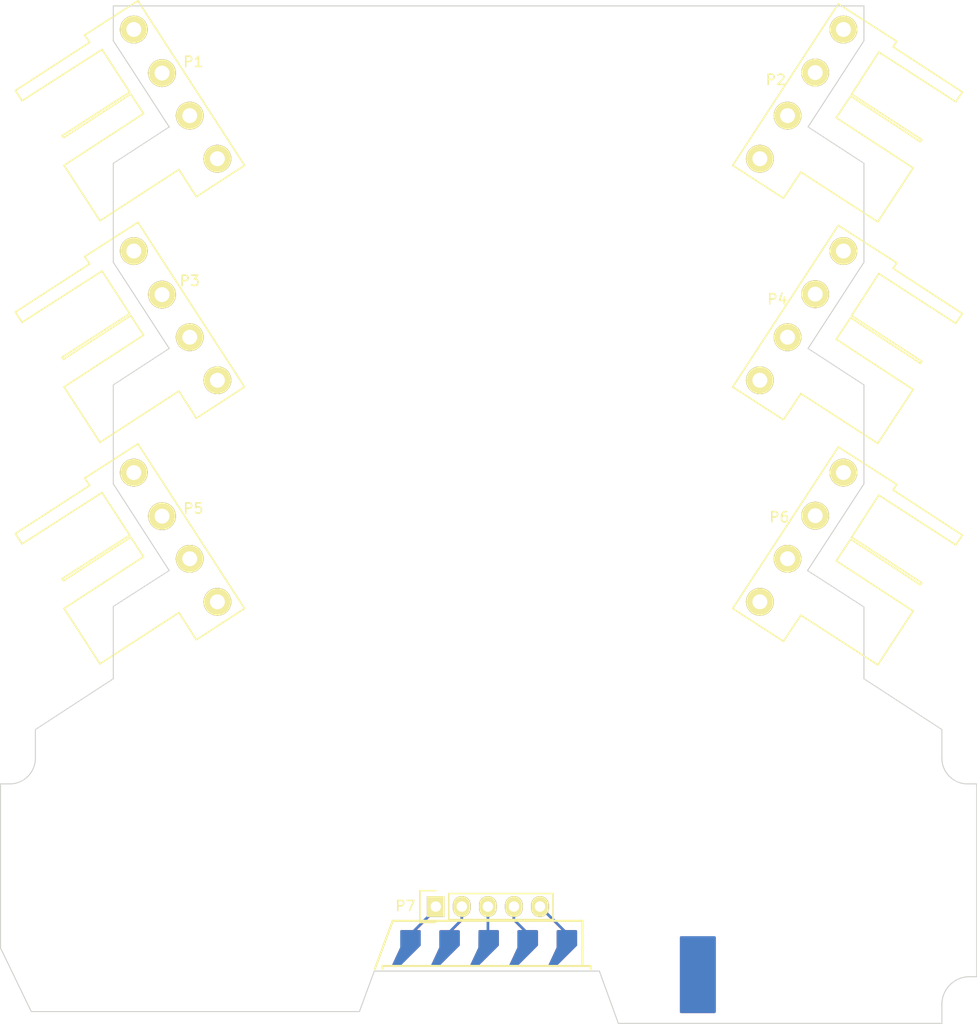
<source format=kicad_pcb>
(kicad_pcb (version 4) (host pcbnew "(after 2015-mar-04 BZR unknown)-product")

  (general
    (links 0)
    (no_connects 0)
    (area 65.149999 45.024999 160.450001 145.050001)
    (thickness 1.6)
    (drawings 47)
    (tracks 18)
    (zones 0)
    (modules 7)
    (nets 30)
  )

  (page A4)
  (layers
    (0 F.Cu signal)
    (31 B.Cu signal)
    (32 B.Adhes user)
    (33 F.Adhes user)
    (34 B.Paste user)
    (35 F.Paste user)
    (36 B.SilkS user)
    (37 F.SilkS user)
    (38 B.Mask user)
    (39 F.Mask user)
    (40 Dwgs.User user)
    (41 Cmts.User user)
    (42 Eco1.User user)
    (43 Eco2.User user)
    (44 Edge.Cuts user)
    (45 Margin user)
    (46 B.CrtYd user)
    (47 F.CrtYd user)
    (48 B.Fab user)
    (49 F.Fab user)
  )

  (setup
    (last_trace_width 0.25)
    (trace_clearance 0.2)
    (zone_clearance 0.4064)
    (zone_45_only no)
    (trace_min 0.2)
    (segment_width 0.2)
    (edge_width 0.1)
    (via_size 0.6)
    (via_drill 0.4)
    (via_min_size 0.4)
    (via_min_drill 0.3)
    (uvia_size 0.3)
    (uvia_drill 0.1)
    (uvias_allowed no)
    (uvia_min_size 0.2)
    (uvia_min_drill 0.1)
    (pcb_text_width 0.3)
    (pcb_text_size 1.5 1.5)
    (mod_edge_width 0.15)
    (mod_text_size 1 1)
    (mod_text_width 0.15)
    (pad_size 1.5 1.5)
    (pad_drill 0.6)
    (pad_to_mask_clearance 0)
    (aux_axis_origin 0 0)
    (visible_elements 7FFFFFFF)
    (pcbplotparams
      (layerselection 0x00030_80000001)
      (usegerberextensions false)
      (excludeedgelayer true)
      (linewidth 0.100000)
      (plotframeref false)
      (viasonmask false)
      (mode 1)
      (useauxorigin false)
      (hpglpennumber 1)
      (hpglpenspeed 20)
      (hpglpendiameter 15)
      (hpglpenoverlay 2)
      (psnegative false)
      (psa4output false)
      (plotreference true)
      (plotvalue true)
      (plotinvisibletext false)
      (padsonsilk false)
      (subtractmaskfromsilk false)
      (outputformat 1)
      (mirror false)
      (drillshape 1)
      (scaleselection 1)
      (outputdirectory ""))
  )

  (net 0 "")
  (net 1 /BUS1)
  (net 2 /BUS2)
  (net 3 /BUS3)
  (net 4 /BUS4)
  (net 5 /BUS5)
  (net 6 "Net-(P1-Pad3)")
  (net 7 "Net-(P1-Pad1)")
  (net 8 "Net-(P1-Pad2)")
  (net 9 "Net-(P1-Pad4)")
  (net 10 "Net-(P2-Pad3)")
  (net 11 "Net-(P2-Pad1)")
  (net 12 "Net-(P2-Pad2)")
  (net 13 "Net-(P2-Pad4)")
  (net 14 "Net-(P3-Pad3)")
  (net 15 "Net-(P3-Pad1)")
  (net 16 "Net-(P3-Pad2)")
  (net 17 "Net-(P3-Pad4)")
  (net 18 "Net-(P4-Pad3)")
  (net 19 "Net-(P4-Pad4)")
  (net 20 "Net-(P4-Pad2)")
  (net 21 "Net-(P4-Pad1)")
  (net 22 "Net-(P5-Pad3)")
  (net 23 "Net-(P5-Pad4)")
  (net 24 "Net-(P5-Pad2)")
  (net 25 "Net-(P5-Pad1)")
  (net 26 "Net-(P6-Pad3)")
  (net 27 "Net-(P6-Pad4)")
  (net 28 "Net-(P6-Pad2)")
  (net 29 "Net-(P6-Pad1)")

  (net_class Default "This is the default net class."
    (clearance 0.2)
    (trace_width 0.25)
    (via_dia 0.6)
    (via_drill 0.4)
    (uvia_dia 0.3)
    (uvia_drill 0.1)
    (add_net /BUS1)
    (add_net /BUS2)
    (add_net /BUS3)
    (add_net /BUS4)
    (add_net /BUS5)
    (add_net "Net-(P1-Pad1)")
    (add_net "Net-(P1-Pad2)")
    (add_net "Net-(P1-Pad3)")
    (add_net "Net-(P1-Pad4)")
    (add_net "Net-(P2-Pad1)")
    (add_net "Net-(P2-Pad2)")
    (add_net "Net-(P2-Pad3)")
    (add_net "Net-(P2-Pad4)")
    (add_net "Net-(P3-Pad1)")
    (add_net "Net-(P3-Pad2)")
    (add_net "Net-(P3-Pad3)")
    (add_net "Net-(P3-Pad4)")
    (add_net "Net-(P4-Pad1)")
    (add_net "Net-(P4-Pad2)")
    (add_net "Net-(P4-Pad3)")
    (add_net "Net-(P4-Pad4)")
    (add_net "Net-(P5-Pad1)")
    (add_net "Net-(P5-Pad2)")
    (add_net "Net-(P5-Pad3)")
    (add_net "Net-(P5-Pad4)")
    (add_net "Net-(P6-Pad1)")
    (add_net "Net-(P6-Pad2)")
    (add_net "Net-(P6-Pad3)")
    (add_net "Net-(P6-Pad4)")
  )

  (module Pin_Headers:Pin_Header_Straight_1x05 (layer F.Cu) (tedit 54EA0684) (tstamp 5531BF00)
    (at 107.6452 133.60908 90)
    (descr "Through hole pin header")
    (tags "pin header")
    (path /5531C055)
    (fp_text reference P7 (at 0.0508 -2.96672 180) (layer F.SilkS)
      (effects (font (size 1 1) (thickness 0.15)))
    )
    (fp_text value EE-MAX-BUS (at 0 -3.1 90) (layer F.Fab)
      (effects (font (size 1 1) (thickness 0.15)))
    )
    (fp_line (start -1.55 0) (end -1.55 -1.55) (layer F.SilkS) (width 0.15))
    (fp_line (start -1.55 -1.55) (end 1.55 -1.55) (layer F.SilkS) (width 0.15))
    (fp_line (start 1.55 -1.55) (end 1.55 0) (layer F.SilkS) (width 0.15))
    (fp_line (start -1.75 -1.75) (end -1.75 11.95) (layer F.CrtYd) (width 0.05))
    (fp_line (start 1.75 -1.75) (end 1.75 11.95) (layer F.CrtYd) (width 0.05))
    (fp_line (start -1.75 -1.75) (end 1.75 -1.75) (layer F.CrtYd) (width 0.05))
    (fp_line (start -1.75 11.95) (end 1.75 11.95) (layer F.CrtYd) (width 0.05))
    (fp_line (start 1.27 1.27) (end 1.27 11.43) (layer F.SilkS) (width 0.15))
    (fp_line (start 1.27 11.43) (end -1.27 11.43) (layer F.SilkS) (width 0.15))
    (fp_line (start -1.27 11.43) (end -1.27 1.27) (layer F.SilkS) (width 0.15))
    (fp_line (start 1.27 1.27) (end -1.27 1.27) (layer F.SilkS) (width 0.15))
    (pad 1 thru_hole rect (at 0 0 90) (size 2.032 1.7272) (drill 1.016) (layers *.Cu *.Mask F.SilkS)
      (net 1 /BUS1))
    (pad 2 thru_hole oval (at 0 2.54 90) (size 2.032 1.7272) (drill 1.016) (layers *.Cu *.Mask F.SilkS)
      (net 2 /BUS2))
    (pad 3 thru_hole oval (at 0 5.08 90) (size 2.032 1.7272) (drill 1.016) (layers *.Cu *.Mask F.SilkS)
      (net 3 /BUS3))
    (pad 4 thru_hole oval (at 0 7.62 90) (size 2.032 1.7272) (drill 1.016) (layers *.Cu *.Mask F.SilkS)
      (net 4 /BUS4))
    (pad 5 thru_hole oval (at 0 10.16 90) (size 2.032 1.7272) (drill 1.016) (layers *.Cu *.Mask F.SilkS)
      (net 5 /BUS5))
    (model Pin_Headers.3dshapes/Pin_Header_Straight_1x05.wrl
      (at (xyz 0 -0.2 0))
      (scale (xyz 1 1 1))
      (rotate (xyz 0 0 90))
    )
  )

  (module MyFootprints:MSTBO-LEFT locked (layer F.Cu) (tedit 5531CDB4) (tstamp 5531D4DE)
    (at 78.2 48.1)
    (path /5531BE24)
    (fp_text reference P1 (at 5.8 3.15) (layer F.SilkS)
      (effects (font (size 1 1) (thickness 0.15)))
    )
    (fp_text value EE-MAX-A1 (at 9.65 3.15) (layer F.Fab)
      (effects (font (size 1 1) (thickness 0.15)))
    )
    (fp_line (start -6.8 13.25) (end -3.3 18.65) (layer F.SilkS) (width 0.15))
    (fp_line (start -3.3 18.65) (end 4.4 13.65) (layer F.SilkS) (width 0.15))
    (fp_line (start 4.4 13.65) (end 6.1 16.3) (layer F.SilkS) (width 0.15))
    (fp_line (start 6.1 16.3) (end 10.8 13.25) (layer F.SilkS) (width 0.15))
    (fp_line (start -3.1 1.95) (end -0.4 6.1) (layer F.SilkS) (width 0.15))
    (fp_line (start -0.4 6.1) (end -7 10.35) (layer F.SilkS) (width 0.15))
    (fp_line (start -7 10.35) (end -6.85 10.55) (layer F.SilkS) (width 0.15))
    (fp_line (start -6.85 10.55) (end -0.3 6.3) (layer F.SilkS) (width 0.15))
    (fp_line (start -0.3 6.3) (end 0.95 8.2) (layer F.SilkS) (width 0.15))
    (fp_line (start 0.95 8.2) (end -6.8 13.25) (layer F.SilkS) (width 0.15))
    (fp_line (start 0.4 -2.8) (end -4.8 0.55) (layer F.SilkS) (width 0.15))
    (fp_line (start -4.8 0.55) (end -4.3 1.25) (layer F.SilkS) (width 0.15))
    (fp_line (start -4.3 1.25) (end -11.55 5.95) (layer F.SilkS) (width 0.15))
    (fp_line (start -11.55 5.95) (end -10.9 6.95) (layer F.SilkS) (width 0.15))
    (fp_line (start -10.9 6.95) (end -3.1 1.95) (layer F.SilkS) (width 0.15))
    (fp_line (start 0.4 -2.8) (end 10.8 13.25) (layer F.SilkS) (width 0.15))
    (pad 3 thru_hole circle (at 0 0) (size 2.7 2.7) (drill 1.45) (layers *.Cu *.Mask F.SilkS)
      (net 6 "Net-(P1-Pad3)"))
    (pad 1 thru_hole circle (at 2.75 4.25) (size 2.7 2.7) (drill 1.45) (layers *.Cu *.Mask F.SilkS)
      (net 7 "Net-(P1-Pad1)"))
    (pad 2 thru_hole circle (at 5.45 8.4) (size 2.7 2.7) (drill 1.45) (layers *.Cu *.Mask F.SilkS)
      (net 8 "Net-(P1-Pad2)"))
    (pad 4 thru_hole circle (at 8.15 12.6) (size 2.7 2.7) (drill 1.45) (layers *.Cu *.Mask F.SilkS)
      (net 9 "Net-(P1-Pad4)"))
  )

  (module MyFootprints:MSTBO-RIGHT locked (layer F.Cu) (tedit 5531CDD2) (tstamp 5531D4F6)
    (at 147.4 48.1)
    (path /5531BFB9)
    (fp_text reference P2 (at -6.6 4.9) (layer F.SilkS)
      (effects (font (size 1 1) (thickness 0.15)))
    )
    (fp_text value EE-MAX-B1 (at -10.2 2.95) (layer F.Fab)
      (effects (font (size 1 1) (thickness 0.15)))
    )
    (fp_line (start -0.7 8.6) (end 6.8 13.5) (layer F.SilkS) (width 0.15))
    (fp_line (start 6.8 13.5) (end 3.35 18.75) (layer F.SilkS) (width 0.15))
    (fp_line (start 3.35 18.75) (end -4.15 13.9) (layer F.SilkS) (width 0.15))
    (fp_line (start -4.15 13.9) (end -5.85 16.45) (layer F.SilkS) (width 0.15))
    (fp_line (start -5.85 16.45) (end -10.8 13.25) (layer F.SilkS) (width 0.15))
    (fp_line (start 7.65 10.75) (end 7.5 10.95) (layer F.SilkS) (width 0.15))
    (fp_line (start 7.5 10.95) (end 0.7 6.5) (layer F.SilkS) (width 0.15))
    (fp_line (start 0.7 6.5) (end -0.7 8.6) (layer F.SilkS) (width 0.15))
    (fp_line (start -0.5 -2.5) (end 5.2 1.15) (layer F.SilkS) (width 0.15))
    (fp_line (start 5.2 1.15) (end 4.85 1.7) (layer F.SilkS) (width 0.15))
    (fp_line (start 4.85 1.7) (end 11.6 6.1) (layer F.SilkS) (width 0.15))
    (fp_line (start 11.6 6.1) (end 10.95 7.05) (layer F.SilkS) (width 0.15))
    (fp_line (start 10.95 7.05) (end 3.45 2.2) (layer F.SilkS) (width 0.15))
    (fp_line (start 3.45 2.2) (end 0.8 6.3) (layer F.SilkS) (width 0.15))
    (fp_line (start 0.8 6.3) (end 7.65 10.75) (layer F.SilkS) (width 0.15))
    (fp_line (start -10.8 13.25) (end -0.5 -2.5) (layer F.SilkS) (width 0.15))
    (pad 3 thru_hole circle (at 0 0) (size 2.7 2.7) (drill 1.45) (layers *.Cu *.Mask F.SilkS)
      (net 10 "Net-(P2-Pad3)"))
    (pad 4 thru_hole circle (at -2.75 4.2) (size 2.7 2.7) (drill 1.45) (layers *.Cu *.Mask F.SilkS)
      (net 13 "Net-(P2-Pad4)"))
    (pad 2 thru_hole circle (at -5.45 8.4) (size 2.7 2.7) (drill 1.45) (layers *.Cu *.Mask F.SilkS)
      (net 12 "Net-(P2-Pad2)"))
    (pad 1 thru_hole circle (at -8.15 12.6) (size 2.7 2.7) (drill 1.45) (layers *.Cu *.Mask F.SilkS)
      (net 11 "Net-(P2-Pad1)"))
  )

  (module MyFootprints:MSTBO-LEFT locked (layer F.Cu) (tedit 5531CDBE) (tstamp 5531D4FE)
    (at 78.2 69.7)
    (path /5531BF80)
    (fp_text reference P3 (at 5.45 2.9) (layer F.SilkS)
      (effects (font (size 1 1) (thickness 0.15)))
    )
    (fp_text value EE-MAX-A2 (at 9.65 3.15) (layer F.Fab)
      (effects (font (size 1 1) (thickness 0.15)))
    )
    (fp_line (start -6.8 13.25) (end -3.3 18.65) (layer F.SilkS) (width 0.15))
    (fp_line (start -3.3 18.65) (end 4.4 13.65) (layer F.SilkS) (width 0.15))
    (fp_line (start 4.4 13.65) (end 6.1 16.3) (layer F.SilkS) (width 0.15))
    (fp_line (start 6.1 16.3) (end 10.8 13.25) (layer F.SilkS) (width 0.15))
    (fp_line (start -3.1 1.95) (end -0.4 6.1) (layer F.SilkS) (width 0.15))
    (fp_line (start -0.4 6.1) (end -7 10.35) (layer F.SilkS) (width 0.15))
    (fp_line (start -7 10.35) (end -6.85 10.55) (layer F.SilkS) (width 0.15))
    (fp_line (start -6.85 10.55) (end -0.3 6.3) (layer F.SilkS) (width 0.15))
    (fp_line (start -0.3 6.3) (end 0.95 8.2) (layer F.SilkS) (width 0.15))
    (fp_line (start 0.95 8.2) (end -6.8 13.25) (layer F.SilkS) (width 0.15))
    (fp_line (start 0.4 -2.8) (end -4.8 0.55) (layer F.SilkS) (width 0.15))
    (fp_line (start -4.8 0.55) (end -4.3 1.25) (layer F.SilkS) (width 0.15))
    (fp_line (start -4.3 1.25) (end -11.55 5.95) (layer F.SilkS) (width 0.15))
    (fp_line (start -11.55 5.95) (end -10.9 6.95) (layer F.SilkS) (width 0.15))
    (fp_line (start -10.9 6.95) (end -3.1 1.95) (layer F.SilkS) (width 0.15))
    (fp_line (start 0.4 -2.8) (end 10.8 13.25) (layer F.SilkS) (width 0.15))
    (pad 3 thru_hole circle (at 0 0) (size 2.7 2.7) (drill 1.45) (layers *.Cu *.Mask F.SilkS)
      (net 14 "Net-(P3-Pad3)"))
    (pad 1 thru_hole circle (at 2.75 4.25) (size 2.7 2.7) (drill 1.45) (layers *.Cu *.Mask F.SilkS)
      (net 15 "Net-(P3-Pad1)"))
    (pad 2 thru_hole circle (at 5.45 8.4) (size 2.7 2.7) (drill 1.45) (layers *.Cu *.Mask F.SilkS)
      (net 16 "Net-(P3-Pad2)"))
    (pad 4 thru_hole circle (at 8.15 12.6) (size 2.7 2.7) (drill 1.45) (layers *.Cu *.Mask F.SilkS)
      (net 17 "Net-(P3-Pad4)"))
  )

  (module MyFootprints:MSTBO-RIGHT locked (layer F.Cu) (tedit 5531CDCE) (tstamp 5531D516)
    (at 147.4 69.7)
    (path /5531C004)
    (fp_text reference P4 (at -6.45 4.7) (layer F.SilkS)
      (effects (font (size 1 1) (thickness 0.15)))
    )
    (fp_text value EE-MAX-B2 (at -10.2 2.95) (layer F.Fab)
      (effects (font (size 1 1) (thickness 0.15)))
    )
    (fp_line (start -0.7 8.6) (end 6.8 13.5) (layer F.SilkS) (width 0.15))
    (fp_line (start 6.8 13.5) (end 3.35 18.75) (layer F.SilkS) (width 0.15))
    (fp_line (start 3.35 18.75) (end -4.15 13.9) (layer F.SilkS) (width 0.15))
    (fp_line (start -4.15 13.9) (end -5.85 16.45) (layer F.SilkS) (width 0.15))
    (fp_line (start -5.85 16.45) (end -10.8 13.25) (layer F.SilkS) (width 0.15))
    (fp_line (start 7.65 10.75) (end 7.5 10.95) (layer F.SilkS) (width 0.15))
    (fp_line (start 7.5 10.95) (end 0.7 6.5) (layer F.SilkS) (width 0.15))
    (fp_line (start 0.7 6.5) (end -0.7 8.6) (layer F.SilkS) (width 0.15))
    (fp_line (start -0.5 -2.5) (end 5.2 1.15) (layer F.SilkS) (width 0.15))
    (fp_line (start 5.2 1.15) (end 4.85 1.7) (layer F.SilkS) (width 0.15))
    (fp_line (start 4.85 1.7) (end 11.6 6.1) (layer F.SilkS) (width 0.15))
    (fp_line (start 11.6 6.1) (end 10.95 7.05) (layer F.SilkS) (width 0.15))
    (fp_line (start 10.95 7.05) (end 3.45 2.2) (layer F.SilkS) (width 0.15))
    (fp_line (start 3.45 2.2) (end 0.8 6.3) (layer F.SilkS) (width 0.15))
    (fp_line (start 0.8 6.3) (end 7.65 10.75) (layer F.SilkS) (width 0.15))
    (fp_line (start -10.8 13.25) (end -0.5 -2.5) (layer F.SilkS) (width 0.15))
    (pad 3 thru_hole circle (at 0 0) (size 2.7 2.7) (drill 1.45) (layers *.Cu *.Mask F.SilkS)
      (net 18 "Net-(P4-Pad3)"))
    (pad 4 thru_hole circle (at -2.75 4.2) (size 2.7 2.7) (drill 1.45) (layers *.Cu *.Mask F.SilkS)
      (net 19 "Net-(P4-Pad4)"))
    (pad 2 thru_hole circle (at -5.45 8.4) (size 2.7 2.7) (drill 1.45) (layers *.Cu *.Mask F.SilkS)
      (net 20 "Net-(P4-Pad2)"))
    (pad 1 thru_hole circle (at -8.15 12.6) (size 2.7 2.7) (drill 1.45) (layers *.Cu *.Mask F.SilkS)
      (net 21 "Net-(P4-Pad1)"))
  )

  (module MyFootprints:MSTBO-LEFT locked (layer F.Cu) (tedit 5531CDC3) (tstamp 5531D51E)
    (at 78.2 91.3)
    (path /5531BF9F)
    (fp_text reference P5 (at 5.8 3.5) (layer F.SilkS)
      (effects (font (size 1 1) (thickness 0.15)))
    )
    (fp_text value EE-MAX-A3 (at 9.65 3.15) (layer F.Fab)
      (effects (font (size 1 1) (thickness 0.15)))
    )
    (fp_line (start -6.8 13.25) (end -3.3 18.65) (layer F.SilkS) (width 0.15))
    (fp_line (start -3.3 18.65) (end 4.4 13.65) (layer F.SilkS) (width 0.15))
    (fp_line (start 4.4 13.65) (end 6.1 16.3) (layer F.SilkS) (width 0.15))
    (fp_line (start 6.1 16.3) (end 10.8 13.25) (layer F.SilkS) (width 0.15))
    (fp_line (start -3.1 1.95) (end -0.4 6.1) (layer F.SilkS) (width 0.15))
    (fp_line (start -0.4 6.1) (end -7 10.35) (layer F.SilkS) (width 0.15))
    (fp_line (start -7 10.35) (end -6.85 10.55) (layer F.SilkS) (width 0.15))
    (fp_line (start -6.85 10.55) (end -0.3 6.3) (layer F.SilkS) (width 0.15))
    (fp_line (start -0.3 6.3) (end 0.95 8.2) (layer F.SilkS) (width 0.15))
    (fp_line (start 0.95 8.2) (end -6.8 13.25) (layer F.SilkS) (width 0.15))
    (fp_line (start 0.4 -2.8) (end -4.8 0.55) (layer F.SilkS) (width 0.15))
    (fp_line (start -4.8 0.55) (end -4.3 1.25) (layer F.SilkS) (width 0.15))
    (fp_line (start -4.3 1.25) (end -11.55 5.95) (layer F.SilkS) (width 0.15))
    (fp_line (start -11.55 5.95) (end -10.9 6.95) (layer F.SilkS) (width 0.15))
    (fp_line (start -10.9 6.95) (end -3.1 1.95) (layer F.SilkS) (width 0.15))
    (fp_line (start 0.4 -2.8) (end 10.8 13.25) (layer F.SilkS) (width 0.15))
    (pad 3 thru_hole circle (at 0 0) (size 2.7 2.7) (drill 1.45) (layers *.Cu *.Mask F.SilkS)
      (net 22 "Net-(P5-Pad3)"))
    (pad 1 thru_hole circle (at 2.75 4.25) (size 2.7 2.7) (drill 1.45) (layers *.Cu *.Mask F.SilkS)
      (net 25 "Net-(P5-Pad1)"))
    (pad 2 thru_hole circle (at 5.45 8.4) (size 2.7 2.7) (drill 1.45) (layers *.Cu *.Mask F.SilkS)
      (net 24 "Net-(P5-Pad2)"))
    (pad 4 thru_hole circle (at 8.15 12.6) (size 2.7 2.7) (drill 1.45) (layers *.Cu *.Mask F.SilkS)
      (net 23 "Net-(P5-Pad4)"))
  )

  (module MyFootprints:MSTBO-RIGHT locked (layer F.Cu) (tedit 5531CDC9) (tstamp 5531D536)
    (at 147.4 91.3)
    (path /5531C02C)
    (fp_text reference P6 (at -6.25 4.35) (layer F.SilkS)
      (effects (font (size 1 1) (thickness 0.15)))
    )
    (fp_text value EE-MAX-B3 (at -10.2 2.95) (layer F.Fab)
      (effects (font (size 1 1) (thickness 0.15)))
    )
    (fp_line (start -0.7 8.6) (end 6.8 13.5) (layer F.SilkS) (width 0.15))
    (fp_line (start 6.8 13.5) (end 3.35 18.75) (layer F.SilkS) (width 0.15))
    (fp_line (start 3.35 18.75) (end -4.15 13.9) (layer F.SilkS) (width 0.15))
    (fp_line (start -4.15 13.9) (end -5.85 16.45) (layer F.SilkS) (width 0.15))
    (fp_line (start -5.85 16.45) (end -10.8 13.25) (layer F.SilkS) (width 0.15))
    (fp_line (start 7.65 10.75) (end 7.5 10.95) (layer F.SilkS) (width 0.15))
    (fp_line (start 7.5 10.95) (end 0.7 6.5) (layer F.SilkS) (width 0.15))
    (fp_line (start 0.7 6.5) (end -0.7 8.6) (layer F.SilkS) (width 0.15))
    (fp_line (start -0.5 -2.5) (end 5.2 1.15) (layer F.SilkS) (width 0.15))
    (fp_line (start 5.2 1.15) (end 4.85 1.7) (layer F.SilkS) (width 0.15))
    (fp_line (start 4.85 1.7) (end 11.6 6.1) (layer F.SilkS) (width 0.15))
    (fp_line (start 11.6 6.1) (end 10.95 7.05) (layer F.SilkS) (width 0.15))
    (fp_line (start 10.95 7.05) (end 3.45 2.2) (layer F.SilkS) (width 0.15))
    (fp_line (start 3.45 2.2) (end 0.8 6.3) (layer F.SilkS) (width 0.15))
    (fp_line (start 0.8 6.3) (end 7.65 10.75) (layer F.SilkS) (width 0.15))
    (fp_line (start -10.8 13.25) (end -0.5 -2.5) (layer F.SilkS) (width 0.15))
    (pad 3 thru_hole circle (at 0 0) (size 2.7 2.7) (drill 1.45) (layers *.Cu *.Mask F.SilkS)
      (net 26 "Net-(P6-Pad3)"))
    (pad 4 thru_hole circle (at -2.75 4.2) (size 2.7 2.7) (drill 1.45) (layers *.Cu *.Mask F.SilkS)
      (net 27 "Net-(P6-Pad4)"))
    (pad 2 thru_hole circle (at -5.45 8.4) (size 2.7 2.7) (drill 1.45) (layers *.Cu *.Mask F.SilkS)
      (net 28 "Net-(P6-Pad2)"))
    (pad 1 thru_hole circle (at -8.15 12.6) (size 2.7 2.7) (drill 1.45) (layers *.Cu *.Mask F.SilkS)
      (net 29 "Net-(P6-Pad1)"))
  )

  (gr_line (start 113.2 144.65) (end 113.2 140.95) (angle 90) (layer B.Fab) (width 0.2))
  (gr_line (start 122.75 139.4) (end 122.75 139.7) (angle 90) (layer F.SilkS) (width 0.2))
  (gr_line (start 102.45 139.4) (end 102.45 139.7) (angle 90) (layer F.SilkS) (width 0.2))
  (gr_line (start 121.95 135) (end 121.95 139.4) (angle 90) (layer F.SilkS) (width 0.2))
  (gr_line (start 103.45 135) (end 121.95 135) (angle 90) (layer F.SilkS) (width 0.2))
  (gr_line (start 101.7 139.7) (end 103.45 135) (angle 90) (layer F.SilkS) (width 0.2))
  (gr_line (start 102.45 139.4) (end 122.75 139.4) (angle 90) (layer F.SilkS) (width 0.2))
  (gr_line (start 123.6 139.9) (end 101.65 139.9) (angle 90) (layer Edge.Cuts) (width 0.1))
  (gr_line (start 125.45 145) (end 123.6 139.9) (angle 90) (layer Edge.Cuts) (width 0.1))
  (gr_line (start 100.2 143.85) (end 101.65 139.9) (angle 90) (layer Edge.Cuts) (width 0.1))
  (gr_line (start 143.9 100.85) (end 149.4 104.4) (angle 90) (layer Edge.Cuts) (width 0.1))
  (gr_line (start 149.4 92.4) (end 143.9 100.85) (angle 90) (layer Edge.Cuts) (width 0.1))
  (gr_line (start 143.95 79.2) (end 149.4 82.75) (angle 90) (layer Edge.Cuts) (width 0.1))
  (gr_line (start 149.4 70.8) (end 143.95 79.2) (angle 90) (layer Edge.Cuts) (width 0.1))
  (gr_line (start 143.95 57.6) (end 149.4 61.15) (angle 90) (layer Edge.Cuts) (width 0.1))
  (gr_line (start 149.4 49.2) (end 143.95 57.6) (angle 90) (layer Edge.Cuts) (width 0.1))
  (gr_line (start 81.65 57.6) (end 76.2 61.15) (angle 90) (layer Edge.Cuts) (width 0.1))
  (gr_line (start 76.2 49.2) (end 81.65 57.6) (angle 90) (layer Edge.Cuts) (width 0.1))
  (gr_line (start 81.65 79.2) (end 76.2 82.75) (angle 90) (layer Edge.Cuts) (width 0.1))
  (gr_line (start 76.2 70.8) (end 81.65 79.2) (angle 90) (layer Edge.Cuts) (width 0.1))
  (gr_line (start 81.65 100.85) (end 76.2 92.4) (angle 90) (layer Edge.Cuts) (width 0.1))
  (gr_line (start 76.2 104.35) (end 81.65 100.85) (angle 90) (layer Edge.Cuts) (width 0.1))
  (gr_line (start 149.4 111.4) (end 149.4 104.4) (angle 90) (layer Edge.Cuts) (width 0.1))
  (gr_line (start 157 116.35) (end 149.4 111.4) (angle 90) (layer Edge.Cuts) (width 0.1))
  (gr_line (start 76.2 111.4) (end 76.2 104.35) (angle 90) (layer Edge.Cuts) (width 0.1))
  (gr_line (start 68.6 116.35) (end 76.2 111.4) (angle 90) (layer Edge.Cuts) (width 0.1))
  (gr_line (start 157 119.15) (end 157 116.35) (angle 90) (layer Edge.Cuts) (width 0.1))
  (gr_line (start 159.5 121.65) (end 160.4 121.65) (angle 90) (layer Edge.Cuts) (width 0.1))
  (gr_arc (start 159.5 119.15) (end 159.5 121.65) (angle 90) (layer Edge.Cuts) (width 0.1))
  (gr_line (start 157 145) (end 157 143.15) (angle 90) (layer Edge.Cuts) (width 0.1))
  (gr_line (start 159.7 140.45) (end 160.4 140.45) (angle 90) (layer Edge.Cuts) (width 0.1))
  (gr_arc (start 159.7 143.15) (end 157 143.15) (angle 90) (layer Edge.Cuts) (width 0.1))
  (gr_line (start 68.6 119.15) (end 68.6 116.35) (angle 90) (layer Edge.Cuts) (width 0.1))
  (gr_line (start 65.2 121.65) (end 66.1 121.65) (angle 90) (layer Edge.Cuts) (width 0.1))
  (gr_arc (start 66.1 119.15) (end 68.6 119.15) (angle 90) (layer Edge.Cuts) (width 0.1))
  (gr_line (start 125.45 145) (end 157 145) (angle 90) (layer Edge.Cuts) (width 0.1))
  (gr_line (start 160.4 121.65) (end 160.4 140.45) (angle 90) (layer Edge.Cuts) (width 0.1))
  (gr_line (start 68.2 143.85) (end 100.2 143.85) (angle 90) (layer Edge.Cuts) (width 0.1))
  (gr_line (start 65.2 137.65) (end 65.2 121.65) (angle 90) (layer Edge.Cuts) (width 0.1))
  (gr_line (start 68.2 143.85) (end 65.2 137.65) (angle 90) (layer Edge.Cuts) (width 0.1))
  (gr_line (start 76.2 45.8) (end 76.2 49.2) (angle 90) (layer Edge.Cuts) (width 0.1))
  (gr_line (start 149.4 61.15) (end 149.4 70.8) (angle 90) (layer Edge.Cuts) (width 0.1))
  (gr_line (start 149.4 82.75) (end 149.4 92.4) (angle 90) (layer Edge.Cuts) (width 0.1))
  (gr_line (start 76.2 82.75) (end 76.2 92.4) (angle 90) (layer Edge.Cuts) (width 0.1))
  (gr_line (start 76.2 61.15) (end 76.2 70.8) (angle 90) (layer Edge.Cuts) (width 0.1))
  (gr_line (start 149.4 45.8) (end 149.4 49.2) (angle 90) (layer Edge.Cuts) (width 0.1))
  (gr_line (start 76.2 45.8) (end 149.4 45.8) (angle 90) (layer Edge.Cuts) (width 0.1))

  (segment (start 107.6452 133.87832) (end 104.95788 136.56564) (width 0.25) (layer F.Cu) (net 1) (tstamp 5531C017))
  (segment (start 107.6452 133.60908) (end 107.6452 133.87832) (width 0.25) (layer F.Cu) (net 1))
  (segment (start 107.6452 133.8453) (end 105.20172 136.28878) (width 0.25) (layer B.Cu) (net 1))
  (segment (start 107.6452 133.60908) (end 107.6452 133.8453) (width 0.25) (layer B.Cu) (net 1))
  (segment (start 110.1852 134.87654) (end 108.85932 136.20242) (width 0.25) (layer B.Cu) (net 2))
  (segment (start 110.1852 133.60908) (end 110.1852 134.87654) (width 0.25) (layer B.Cu) (net 2))
  (segment (start 110.1852 134.90702) (end 108.80598 136.28624) (width 0.25) (layer F.Cu) (net 2))
  (segment (start 110.1852 133.60908) (end 110.1852 134.90702) (width 0.25) (layer F.Cu) (net 2))
  (segment (start 112.7252 133.60908) (end 112.7252 136.58088) (width 0.25) (layer B.Cu) (net 3))
  (segment (start 112.7252 133.60908) (end 112.7252 136.68248) (width 0.25) (layer F.Cu) (net 3))
  (segment (start 115.2652 134.89432) (end 116.70284 136.33196) (width 0.25) (layer F.Cu) (net 4))
  (segment (start 115.2652 133.60908) (end 115.2652 134.89432) (width 0.25) (layer F.Cu) (net 4))
  (segment (start 115.2652 134.88162) (end 116.64188 136.2583) (width 0.25) (layer B.Cu) (net 4))
  (segment (start 115.2652 133.60908) (end 115.2652 134.88162) (width 0.25) (layer B.Cu) (net 4))
  (segment (start 117.8052 133.61162) (end 120.60428 136.4107) (width 0.25) (layer F.Cu) (net 5))
  (segment (start 117.8052 133.60908) (end 117.8052 133.61162) (width 0.25) (layer F.Cu) (net 5))
  (segment (start 117.81282 133.60908) (end 120.58396 136.38022) (width 0.25) (layer B.Cu) (net 5))
  (segment (start 117.8052 133.60908) (end 117.81282 133.60908) (width 0.25) (layer B.Cu) (net 5))

  (zone (net 3) (net_name /BUS3) (layer B.Cu) (tstamp 5531BA0E) (hatch edge 0.508)
    (connect_pads (clearance 0.4064))
    (min_thickness 0.254)
    (fill yes (arc_segments 16) (thermal_gap 0.508) (thermal_bridge_width 0.508))
    (polygon
      (pts
        (xy 111.81 135.9) (xy 111.8 137.61) (xy 110.96 139.4) (xy 111.8 139.4) (xy 113.8 137.41)
        (xy 113.8 135.9)
      )
    )
    (filled_polygon
      (pts
        (xy 113.673 137.357208) (xy 111.747581 139.273) (xy 111.159886 139.273) (xy 111.926835 137.63867) (xy 111.936259 136.027)
        (xy 113.673 136.027) (xy 113.673 137.357208)
      )
    )
  )
  (zone (net 4) (net_name /BUS4) (layer B.Cu) (tstamp 5531BA49) (hatch edge 0.508)
    (connect_pads (clearance 0.4064))
    (min_thickness 0.254)
    (fill yes (arc_segments 16) (thermal_gap 0.508) (thermal_bridge_width 0.508))
    (polygon
      (pts
        (xy 115.61 135.9) (xy 115.61 137.6) (xy 114.77 139.4) (xy 115.61 139.41) (xy 117.61 137.41)
        (xy 117.61 135.9)
      )
    )
    (filled_polygon
      (pts
        (xy 117.483 137.357395) (xy 115.558023 139.282372) (xy 114.968317 139.275352) (xy 115.737 137.628175) (xy 115.737 136.027)
        (xy 117.483 136.027) (xy 117.483 137.357395)
      )
    )
  )
  (zone (net 5) (net_name /BUS5) (layer B.Cu) (tstamp 5531BA95) (hatch edge 0.508)
    (connect_pads (clearance 0.4064))
    (min_thickness 0.254)
    (fill yes (arc_segments 16) (thermal_gap 0.508) (thermal_bridge_width 0.508))
    (polygon
      (pts
        (xy 119.43 135.9) (xy 119.43 137.6) (xy 118.59 139.4) (xy 119.43 139.4) (xy 121.43 137.41)
        (xy 121.43 135.9)
      )
    )
    (filled_polygon
      (pts
        (xy 121.303 137.357208) (xy 119.377581 139.273) (xy 118.789415 139.273) (xy 119.557 137.628175) (xy 119.557 136.027)
        (xy 121.303 136.027) (xy 121.303 137.357208)
      )
    )
  )
  (zone (net 2) (net_name /BUS2) (layer B.Cu) (tstamp 5531BACD) (hatch edge 0.508)
    (connect_pads (clearance 0.4064))
    (min_thickness 0.254)
    (fill yes (arc_segments 16) (thermal_gap 0.508) (thermal_bridge_width 0.508))
    (polygon
      (pts
        (xy 107.99 135.91) (xy 107.99 137.6) (xy 107.15 139.4) (xy 107.98 139.41) (xy 109.99 137.41)
        (xy 109.99 135.91)
      )
    )
    (filled_polygon
      (pts
        (xy 109.863 137.357209) (xy 107.928217 139.282367) (xy 107.348304 139.27538) (xy 108.117 137.628175) (xy 108.117 136.037)
        (xy 109.863 136.037) (xy 109.863 137.357209)
      )
    )
  )
  (zone (net 1) (net_name /BUS1) (layer B.Cu) (tstamp 5531BAF4) (hatch edge 0.508)
    (connect_pads (clearance 0.4064))
    (min_thickness 0.254)
    (fill yes (arc_segments 16) (thermal_gap 0.508) (thermal_bridge_width 0.508))
    (polygon
      (pts
        (xy 104.18 135.9) (xy 104.18 137.6) (xy 103.34 139.4) (xy 104.18 139.4) (xy 106.18 137.41)
        (xy 106.18 135.9)
      )
    )
    (filled_polygon
      (pts
        (xy 106.053 137.357208) (xy 104.127581 139.273) (xy 103.539415 139.273) (xy 104.307 137.628175) (xy 104.307 136.027)
        (xy 106.053 136.027) (xy 106.053 137.357208)
      )
    )
  )
  (zone (net 1) (net_name /BUS1) (layer F.Cu) (tstamp 5531BAF4) (hatch edge 0.508)
    (connect_pads (clearance 0.4064))
    (min_thickness 0.254)
    (fill yes (arc_segments 16) (thermal_gap 0.508) (thermal_bridge_width 0.508))
    (polygon
      (pts
        (xy 104.18 135.9) (xy 104.18 137.6) (xy 103.34 139.4) (xy 104.18 139.4) (xy 106.18 137.41)
        (xy 106.18 135.9)
      )
    )
    (filled_polygon
      (pts
        (xy 106.053 137.357208) (xy 104.127581 139.273) (xy 103.539415 139.273) (xy 104.307 137.628175) (xy 104.307 136.027)
        (xy 106.053 136.027) (xy 106.053 137.357208)
      )
    )
  )
  (zone (net 2) (net_name /BUS2) (layer F.Cu) (tstamp 5531BACD) (hatch edge 0.508)
    (connect_pads (clearance 0.4064))
    (min_thickness 0.254)
    (fill yes (arc_segments 16) (thermal_gap 0.508) (thermal_bridge_width 0.508))
    (polygon
      (pts
        (xy 107.99 135.91) (xy 107.99 137.6) (xy 107.15 139.4) (xy 107.98 139.41) (xy 109.99 137.41)
        (xy 109.99 135.91)
      )
    )
    (filled_polygon
      (pts
        (xy 109.863 137.357209) (xy 107.928217 139.282367) (xy 107.348304 139.27538) (xy 108.117 137.628175) (xy 108.117 136.037)
        (xy 109.863 136.037) (xy 109.863 137.357209)
      )
    )
  )
  (zone (net 3) (net_name /BUS3) (layer F.Cu) (tstamp 5531BA0E) (hatch edge 0.508)
    (connect_pads (clearance 0.4064))
    (min_thickness 0.254)
    (fill yes (arc_segments 16) (thermal_gap 0.508) (thermal_bridge_width 0.508))
    (polygon
      (pts
        (xy 111.81 135.9) (xy 111.8 137.61) (xy 110.96 139.4) (xy 111.8 139.4) (xy 113.8 137.41)
        (xy 113.8 135.9)
      )
    )
    (filled_polygon
      (pts
        (xy 113.673 137.357208) (xy 111.747581 139.273) (xy 111.159886 139.273) (xy 111.926835 137.63867) (xy 111.936259 136.027)
        (xy 113.673 136.027) (xy 113.673 137.357208)
      )
    )
  )
  (zone (net 4) (net_name /BUS4) (layer F.Cu) (tstamp 5531BA49) (hatch edge 0.508)
    (connect_pads (clearance 0.4064))
    (min_thickness 0.254)
    (fill yes (arc_segments 16) (thermal_gap 0.508) (thermal_bridge_width 0.508))
    (polygon
      (pts
        (xy 115.61 135.9) (xy 115.61 137.6) (xy 114.77 139.4) (xy 115.61 139.41) (xy 117.61 137.41)
        (xy 117.61 135.9)
      )
    )
    (filled_polygon
      (pts
        (xy 117.483 137.357395) (xy 115.558023 139.282372) (xy 114.968317 139.275352) (xy 115.737 137.628175) (xy 115.737 136.027)
        (xy 117.483 136.027) (xy 117.483 137.357395)
      )
    )
  )
  (zone (net 5) (net_name /BUS5) (layer F.Cu) (tstamp 5531BA95) (hatch edge 0.508)
    (connect_pads (clearance 0.4064))
    (min_thickness 0.254)
    (fill yes (arc_segments 16) (thermal_gap 0.508) (thermal_bridge_width 0.508))
    (polygon
      (pts
        (xy 119.43 135.9) (xy 119.43 137.6) (xy 118.59 139.4) (xy 119.43 139.4) (xy 121.43 137.41)
        (xy 121.43 135.9)
      )
    )
    (filled_polygon
      (pts
        (xy 121.303 137.357208) (xy 119.377581 139.273) (xy 118.789415 139.273) (xy 119.557 137.628175) (xy 119.557 136.027)
        (xy 121.303 136.027) (xy 121.303 137.357208)
      )
    )
  )
  (zone (net 0) (net_name "") (layer B.Cu) (tstamp 5531BD7F) (hatch edge 0.508)
    (connect_pads (clearance 0.4064))
    (min_thickness 0.254)
    (fill yes (arc_segments 16) (thermal_gap 0.508) (thermal_bridge_width 0.508))
    (polygon
      (pts
        (xy 131.45 136.5) (xy 131.45 144) (xy 134.95 144) (xy 134.95 136.5)
      )
    )
    (filled_polygon
      (pts
        (xy 134.823 143.873) (xy 131.577 143.873) (xy 131.577 136.627) (xy 134.823 136.627) (xy 134.823 143.873)
      )
    )
  )
  (zone (net 0) (net_name "") (layer F.Cu) (tstamp 5531BD7F) (hatch edge 0.508)
    (connect_pads (clearance 0.4064))
    (min_thickness 0.254)
    (fill yes (arc_segments 16) (thermal_gap 0.508) (thermal_bridge_width 0.508))
    (polygon
      (pts
        (xy 131.45 136.5) (xy 131.45 144) (xy 134.95 144) (xy 134.95 136.5)
      )
    )
    (filled_polygon
      (pts
        (xy 134.823 143.873) (xy 131.577 143.873) (xy 131.577 136.627) (xy 134.823 136.627) (xy 134.823 143.873)
      )
    )
  )
  (zone (net 0) (net_name "") (layer B.Mask) (tstamp 55326BED) (hatch full 0.508)
    (connect_pads (clearance 0.4064))
    (min_thickness 0.254)
    (fill yes (arc_segments 16) (thermal_gap 0.508) (thermal_bridge_width 0.508))
    (polygon
      (pts
        (xy 101.65 139.85) (xy 103.45 135.05) (xy 121.9 135.05) (xy 121.9 139.85)
      )
    )
    (filled_polygon
      (pts
        (xy 121.773 139.723) (xy 101.833261 139.723) (xy 103.538011 135.177) (xy 121.773 135.177) (xy 121.773 139.723)
      )
    )
  )
  (zone (net 0) (net_name "") (layer F.Mask) (tstamp 55326BED) (hatch full 0.508)
    (connect_pads (clearance 0.4064))
    (min_thickness 0.254)
    (fill yes (arc_segments 16) (thermal_gap 0.508) (thermal_bridge_width 0.508))
    (polygon
      (pts
        (xy 101.65 139.85) (xy 103.45 135.05) (xy 121.9 135.05) (xy 121.9 139.85)
      )
    )
    (filled_polygon
      (pts
        (xy 121.773 139.723) (xy 101.833261 139.723) (xy 103.538011 135.177) (xy 121.773 135.177) (xy 121.773 139.723)
      )
    )
  )
  (zone (net 0) (net_name "") (layer F.Mask) (tstamp 55326CD8) (hatch full 0.508)
    (connect_pads (clearance 0.4064))
    (min_thickness 0.254)
    (fill yes (arc_segments 16) (thermal_gap 0.508) (thermal_bridge_width 0.508))
    (polygon
      (pts
        (xy 131.35 136.4) (xy 135.05 136.4) (xy 135.05 145) (xy 131.35 145)
      )
    )
    (filled_polygon
      (pts
        (xy 134.923 144.873) (xy 131.477 144.873) (xy 131.477 136.527) (xy 134.923 136.527) (xy 134.923 144.873)
      )
    )
  )
  (zone (net 0) (net_name "") (layer B.Mask) (tstamp 55326CD8) (hatch full 0.508)
    (connect_pads (clearance 0.4064))
    (min_thickness 0.254)
    (fill yes (arc_segments 16) (thermal_gap 0.508) (thermal_bridge_width 0.508))
    (polygon
      (pts
        (xy 131.35 136.4) (xy 135.05 136.4) (xy 135.05 145) (xy 131.35 145)
      )
    )
    (filled_polygon
      (pts
        (xy 134.923 144.873) (xy 131.477 144.873) (xy 131.477 136.527) (xy 134.923 136.527) (xy 134.923 144.873)
      )
    )
  )
)

</source>
